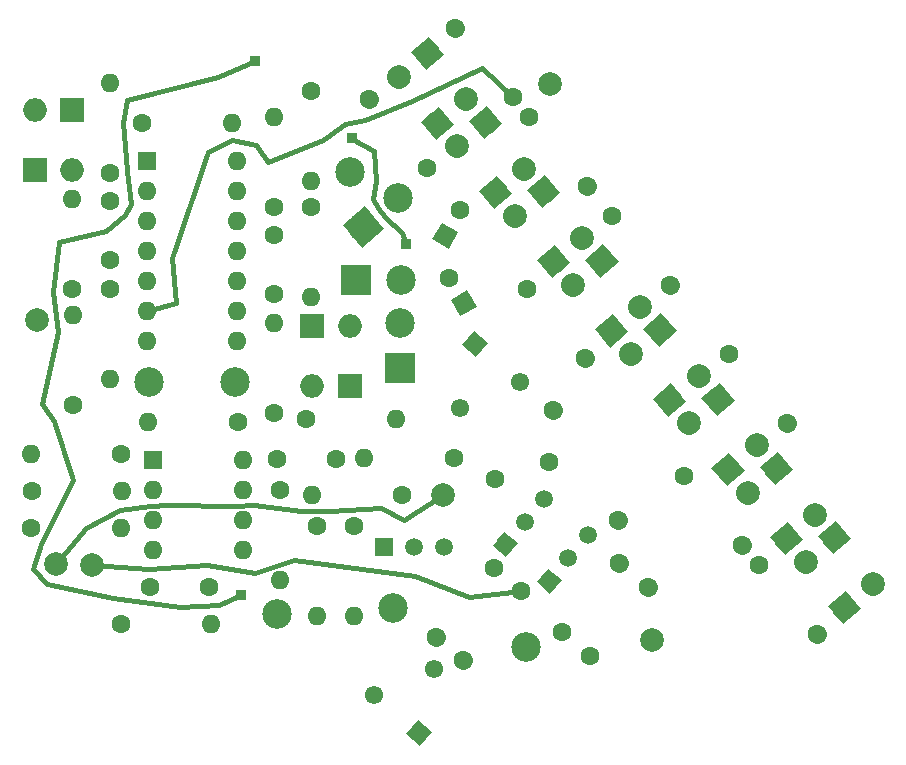
<source format=gbr>
G04 #@! TF.GenerationSoftware,KiCad,Pcbnew,(5.1.2-1)-1*
G04 #@! TF.CreationDate,2022-01-06T13:05:14-05:00*
G04 #@! TF.ProjectId,Wavefolder - Yusynth,57617665-666f-46c6-9465-72202d205975,rev?*
G04 #@! TF.SameCoordinates,Original*
G04 #@! TF.FileFunction,Copper,L1,Top*
G04 #@! TF.FilePolarity,Positive*
%FSLAX46Y46*%
G04 Gerber Fmt 4.6, Leading zero omitted, Abs format (unit mm)*
G04 Created by KiCad (PCBNEW (5.1.2-1)-1) date 2022-01-06 13:05:14*
%MOMM*%
%LPD*%
G04 APERTURE LIST*
%ADD10R,0.850000X0.850000*%
%ADD11C,1.998980*%
%ADD12C,2.499360*%
%ADD13C,0.100000*%
%ADD14R,2.499360X2.499360*%
%ADD15C,1.500000*%
%ADD16R,1.500000X1.500000*%
%ADD17C,1.600000*%
%ADD18O,2.000000X2.000000*%
%ADD19R,2.000000X2.000000*%
%ADD20C,2.000000*%
%ADD21C,2.000000*%
%ADD22O,1.600000X1.600000*%
%ADD23C,1.600000*%
%ADD24C,1.550000*%
%ADD25R,1.600000X1.600000*%
%ADD26C,0.406400*%
G04 APERTURE END LIST*
D10*
X33960000Y-16990000D03*
X32780000Y-62180000D03*
X42230000Y-23540000D03*
X46760000Y-32500000D03*
D11*
X15500000Y-38970000D03*
X58980000Y-18920000D03*
X67570000Y-65990000D03*
X49890000Y-53770000D03*
X17110000Y-59630000D03*
X20180000Y-59640000D03*
D12*
X46088629Y-28590979D03*
X43170000Y-31040000D03*
D13*
G36*
X43015968Y-32800589D02*
G01*
X41409411Y-30885968D01*
X43324032Y-29279411D01*
X44930589Y-31194032D01*
X43015968Y-32800589D01*
X43015968Y-32800589D01*
G37*
D12*
X46380000Y-35570000D03*
D14*
X42570000Y-35570000D03*
D12*
X46300000Y-39170000D03*
D14*
X46300000Y-42980000D03*
D15*
X55184153Y-57939121D03*
D13*
G36*
X56240777Y-57846678D02*
G01*
X55276596Y-58995745D01*
X54127529Y-58031564D01*
X55091710Y-56882497D01*
X56240777Y-57846678D01*
X56240777Y-57846678D01*
G37*
D15*
X58449514Y-54047615D03*
X56816834Y-55993368D03*
X58890575Y-61036125D03*
D13*
G36*
X59947199Y-60943682D02*
G01*
X58983018Y-62092749D01*
X57833951Y-61128568D01*
X58798132Y-59979501D01*
X59947199Y-60943682D01*
X59947199Y-60943682D01*
G37*
D15*
X62155936Y-57144619D03*
X60523256Y-59090372D03*
D16*
X44930000Y-58120000D03*
D15*
X50010000Y-58120000D03*
X47470000Y-58120000D03*
D17*
X51670000Y-37520000D03*
D13*
G36*
X52762820Y-37812820D02*
G01*
X51377180Y-38612820D01*
X50577180Y-37227180D01*
X51962820Y-36427180D01*
X52762820Y-37812820D01*
X52762820Y-37812820D01*
G37*
D17*
X50420000Y-35354936D03*
X51360000Y-29644936D03*
X50110000Y-31810000D03*
D13*
G36*
X50402820Y-32902820D02*
G01*
X49017180Y-32102820D01*
X49817180Y-30717180D01*
X51202820Y-31517180D01*
X50402820Y-32902820D01*
X50402820Y-32902820D01*
G37*
D17*
X35850000Y-50670000D03*
X40850000Y-50670000D03*
X25070000Y-61560000D03*
X30070000Y-61560000D03*
X21694008Y-33875053D03*
X21694008Y-28875053D03*
X35567675Y-31749792D03*
X35567675Y-36749792D03*
D18*
X38820000Y-44490000D03*
D19*
X38820000Y-39410000D03*
D18*
X42000000Y-39410000D03*
D19*
X42000000Y-44490000D03*
D20*
X48609612Y-16355102D03*
D13*
G36*
X47200780Y-16231845D02*
G01*
X48732869Y-14946270D01*
X50018444Y-16478359D01*
X48486355Y-17763934D01*
X47200780Y-16231845D01*
X47200780Y-16231845D01*
G37*
D20*
X51874973Y-20246608D03*
D21*
X51874973Y-20246608D02*
X51874973Y-20246608D01*
D20*
X56792298Y-26106848D03*
D21*
X56792298Y-26106848D02*
X56792298Y-26106848D01*
D20*
X53526937Y-22215342D03*
D13*
G36*
X52118105Y-22092085D02*
G01*
X53650194Y-20806510D01*
X54935769Y-22338599D01*
X53403680Y-23624174D01*
X52118105Y-22092085D01*
X52118105Y-22092085D01*
G37*
D20*
X58444262Y-28075582D03*
D13*
G36*
X57035430Y-27952325D02*
G01*
X58567519Y-26666750D01*
X59853094Y-28198839D01*
X58321005Y-29484414D01*
X57035430Y-27952325D01*
X57035430Y-27952325D01*
G37*
D20*
X61709623Y-31967088D03*
D21*
X61709623Y-31967088D02*
X61709623Y-31967088D01*
D20*
X66626948Y-37827330D03*
D21*
X66626948Y-37827330D02*
X66626948Y-37827330D01*
D20*
X63361587Y-33935824D03*
D13*
G36*
X61952755Y-33812567D02*
G01*
X63484844Y-32526992D01*
X64770419Y-34059081D01*
X63238330Y-35344656D01*
X61952755Y-33812567D01*
X61952755Y-33812567D01*
G37*
D20*
X68280145Y-39781973D03*
D13*
G36*
X66871313Y-39658716D02*
G01*
X68403402Y-38373141D01*
X69688977Y-39905230D01*
X68156888Y-41190805D01*
X66871313Y-39658716D01*
X66871313Y-39658716D01*
G37*
D20*
X71545506Y-43673479D03*
D21*
X71545506Y-43673479D02*
X71545506Y-43673479D01*
D20*
X76462831Y-49533719D03*
D21*
X76462831Y-49533719D02*
X76462831Y-49533719D01*
D20*
X73197470Y-45642213D03*
D13*
G36*
X71788638Y-45518956D02*
G01*
X73320727Y-44233381D01*
X74606302Y-45765470D01*
X73074213Y-47051045D01*
X71788638Y-45518956D01*
X71788638Y-45518956D01*
G37*
D20*
X78121223Y-51510113D03*
D13*
G36*
X76712391Y-51386856D02*
G01*
X78244480Y-50101281D01*
X79530055Y-51633370D01*
X77997966Y-52918945D01*
X76712391Y-51386856D01*
X76712391Y-51386856D01*
G37*
D20*
X81386584Y-55401619D03*
D21*
X81386584Y-55401619D02*
X81386584Y-55401619D01*
D20*
X86297483Y-61254199D03*
D21*
X86297483Y-61254199D02*
X86297483Y-61254199D01*
D20*
X83032122Y-57362693D03*
D13*
G36*
X81623290Y-57239436D02*
G01*
X83155379Y-55953861D01*
X84440954Y-57485950D01*
X82908865Y-58771525D01*
X81623290Y-57239436D01*
X81623290Y-57239436D01*
G37*
D20*
X46174823Y-18385078D03*
D21*
X46174823Y-18385078D02*
X46174823Y-18385078D01*
D20*
X49440184Y-22276584D03*
D13*
G36*
X50849016Y-22399841D02*
G01*
X49316927Y-23685416D01*
X48031352Y-22153327D01*
X49563441Y-20867752D01*
X50849016Y-22399841D01*
X50849016Y-22399841D01*
G37*
D20*
X54365170Y-28130396D03*
D13*
G36*
X55774002Y-28253653D02*
G01*
X54241913Y-29539228D01*
X52956338Y-28007139D01*
X54488427Y-26721564D01*
X55774002Y-28253653D01*
X55774002Y-28253653D01*
G37*
D20*
X51099809Y-24238890D03*
D21*
X51099809Y-24238890D02*
X51099809Y-24238890D01*
D20*
X56017134Y-30099130D03*
D21*
X56017134Y-30099130D02*
X56017134Y-30099130D01*
D20*
X59282495Y-33990636D03*
D13*
G36*
X60691327Y-34113893D02*
G01*
X59159238Y-35399468D01*
X57873663Y-33867379D01*
X59405752Y-32581804D01*
X60691327Y-34113893D01*
X60691327Y-34113893D01*
G37*
D20*
X64206248Y-39858537D03*
D13*
G36*
X65615080Y-39981794D02*
G01*
X64082991Y-41267369D01*
X62797416Y-39735280D01*
X64329505Y-38449705D01*
X65615080Y-39981794D01*
X65615080Y-39981794D01*
G37*
D20*
X60940887Y-35967031D03*
D21*
X60940887Y-35967031D02*
X60940887Y-35967031D01*
D20*
X65851785Y-41819610D03*
D21*
X65851785Y-41819610D02*
X65851785Y-41819610D01*
D20*
X69117146Y-45711116D03*
D13*
G36*
X70525978Y-45834373D02*
G01*
X68993889Y-47119948D01*
X67708314Y-45587859D01*
X69240403Y-44302284D01*
X70525978Y-45834373D01*
X70525978Y-45834373D01*
G37*
D20*
X74040899Y-51579016D03*
D13*
G36*
X75449731Y-51702273D02*
G01*
X73917642Y-52987848D01*
X72632067Y-51455759D01*
X74164156Y-50170184D01*
X75449731Y-51702273D01*
X75449731Y-51702273D01*
G37*
D20*
X70775538Y-47687510D03*
D21*
X70775538Y-47687510D02*
X70775538Y-47687510D01*
D20*
X75700522Y-53541323D03*
D21*
X75700522Y-53541323D02*
X75700522Y-53541323D01*
D20*
X78965883Y-57432829D03*
D13*
G36*
X80374715Y-57556086D02*
G01*
X78842626Y-58841661D01*
X77557051Y-57309572D01*
X79089140Y-56023997D01*
X80374715Y-57556086D01*
X80374715Y-57556086D01*
G37*
D20*
X83876781Y-63285408D03*
D13*
G36*
X85285613Y-63408665D02*
G01*
X83753524Y-64694240D01*
X82467949Y-63162151D01*
X84000038Y-61876576D01*
X85285613Y-63408665D01*
X85285613Y-63408665D01*
G37*
D20*
X80611420Y-59393902D03*
D21*
X80611420Y-59393902D02*
X80611420Y-59393902D01*
D19*
X18540000Y-21160000D03*
D18*
X18540000Y-26240000D03*
D19*
X15360000Y-26220000D03*
D18*
X15360000Y-21140000D03*
D12*
X56960000Y-66610000D03*
X45690000Y-63300000D03*
X42050000Y-26360000D03*
X35880000Y-63790000D03*
X32300000Y-44140000D03*
X25060000Y-44170000D03*
D17*
X42339999Y-56410000D03*
D22*
X42339999Y-64030000D03*
X39229996Y-64020000D03*
D17*
X39229996Y-56400000D03*
D22*
X36140000Y-60930000D03*
D17*
X36140000Y-53310000D03*
X46410000Y-53760000D03*
D22*
X38790000Y-53760000D03*
D17*
X59950000Y-65330000D03*
X64848042Y-59492741D03*
D23*
X64848042Y-59492741D02*
X64848042Y-59492741D01*
D22*
X43250000Y-50630000D03*
D17*
X50870000Y-50630000D03*
X67228042Y-61522741D03*
D23*
X67228042Y-61522741D02*
X67228042Y-61522741D01*
D17*
X62330000Y-67360000D03*
X56538172Y-61894956D03*
X51640130Y-67732215D03*
D23*
X51640130Y-67732215D02*
X51640130Y-67732215D01*
D17*
X58854325Y-50967123D03*
X64691584Y-55865165D03*
D23*
X64691584Y-55865165D02*
X64691584Y-55865165D01*
D17*
X59208042Y-46522741D03*
D23*
X59208042Y-46522741D02*
X59208042Y-46522741D01*
D17*
X54310000Y-52360000D03*
X49294801Y-65751197D03*
D23*
X49294801Y-65751197D02*
X49294801Y-65751197D01*
D17*
X54192843Y-59913938D03*
D22*
X22690000Y-53450000D03*
D17*
X15070000Y-53450000D03*
X15030000Y-56550000D03*
D22*
X22650000Y-56550000D03*
X30270000Y-64640000D03*
D17*
X22650000Y-64640000D03*
X22650000Y-50290000D03*
D22*
X15030000Y-50290000D03*
D17*
X32550000Y-47560000D03*
D22*
X24930000Y-47560000D03*
X35640000Y-39220000D03*
D17*
X35640000Y-46840000D03*
X38300000Y-47320000D03*
D22*
X45920000Y-47320000D03*
X38710000Y-36980000D03*
D17*
X38710000Y-29360000D03*
D22*
X18620000Y-38520000D03*
D17*
X18620000Y-46140000D03*
X50899289Y-14198861D03*
D23*
X50899289Y-14198861D02*
X50899289Y-14198861D01*
D17*
X55797331Y-20036120D03*
X57205036Y-21713757D03*
X62103078Y-27551016D03*
D23*
X62103078Y-27551016D02*
X62103078Y-27551016D01*
D17*
X69146798Y-35960951D03*
D23*
X69146798Y-35960951D02*
X69146798Y-35960951D01*
D17*
X64248756Y-30123692D03*
X74097494Y-41845406D03*
X78995536Y-47682665D03*
D23*
X78995536Y-47682665D02*
X78995536Y-47682665D01*
D17*
X21710000Y-36310000D03*
D22*
X21710000Y-43930000D03*
D17*
X18520000Y-36320000D03*
D22*
X18520000Y-28700000D03*
D17*
X43669062Y-20252687D03*
D23*
X43669062Y-20252687D02*
X43669062Y-20252687D01*
D17*
X48567104Y-26089946D03*
X57015096Y-36297887D03*
X61913138Y-42135146D03*
D23*
X61913138Y-42135146D02*
X61913138Y-42135146D01*
D17*
X75235395Y-57965321D03*
D23*
X75235395Y-57965321D02*
X75235395Y-57965321D01*
D17*
X70337353Y-52128062D03*
X81597495Y-65485148D03*
D23*
X81597495Y-65485148D02*
X81597495Y-65485148D01*
D17*
X76699453Y-59647889D03*
X21680000Y-26450000D03*
D22*
X21680000Y-18830000D03*
X32040000Y-22260000D03*
D17*
X24420000Y-22260000D03*
X35580000Y-29370000D03*
D22*
X35580000Y-21750000D03*
D17*
X38720000Y-19570000D03*
D22*
X38720000Y-27190000D03*
D24*
X56450222Y-44193938D03*
X52620000Y-40980000D03*
D13*
G36*
X51528155Y-41075524D02*
G01*
X52524476Y-39888155D01*
X53711845Y-40884476D01*
X52715524Y-42071845D01*
X51528155Y-41075524D01*
X51528155Y-41075524D01*
G37*
D24*
X51321173Y-46417191D03*
X44050198Y-70710223D03*
X47880420Y-73924161D03*
D13*
G36*
X48972265Y-73828637D02*
G01*
X47975944Y-75016006D01*
X46788575Y-74019685D01*
X47784896Y-72832316D01*
X48972265Y-73828637D01*
X48972265Y-73828637D01*
G37*
D24*
X49179247Y-68486970D03*
D25*
X25370000Y-50770000D03*
D22*
X32990000Y-58390000D03*
X25370000Y-53310000D03*
X32990000Y-55850000D03*
X25370000Y-55850000D03*
X32990000Y-53310000D03*
X25370000Y-58390000D03*
X32990000Y-50770000D03*
D25*
X24835693Y-25468965D03*
D22*
X32455693Y-40708965D03*
X24835693Y-28008965D03*
X32455693Y-38168965D03*
X24835693Y-30548965D03*
X32455693Y-35628965D03*
X24835693Y-33088965D03*
X32455693Y-33088965D03*
X24835693Y-35628965D03*
X32455693Y-30548965D03*
X24835693Y-38168965D03*
X32455693Y-28008965D03*
X24835693Y-40708965D03*
X32455693Y-25468965D03*
D26*
X42230000Y-23620000D02*
X44110000Y-24600000D01*
X44110000Y-24600000D02*
X44200000Y-27140000D01*
X44200000Y-27140000D02*
X43960000Y-28680000D01*
X43960000Y-28680000D02*
X44420000Y-29470000D01*
X44420000Y-29470000D02*
X45010000Y-30190000D01*
X45010000Y-30190000D02*
X46410000Y-31550000D01*
X46410000Y-31550000D02*
X46760000Y-32500000D01*
X32780000Y-62180000D02*
X30940000Y-63040000D01*
X30940000Y-63040000D02*
X27660000Y-63220000D01*
X27660000Y-63220000D02*
X21950000Y-62430000D01*
X21950000Y-62430000D02*
X16340000Y-61320000D01*
X16340000Y-61320000D02*
X15160000Y-60000000D01*
X15160000Y-60000000D02*
X15860000Y-57930000D01*
X15860000Y-57930000D02*
X18600000Y-52480000D01*
X18600000Y-52480000D02*
X17000000Y-47490000D01*
X17000000Y-47490000D02*
X15990000Y-46010000D01*
X15990000Y-46010000D02*
X17320000Y-39950000D01*
X17320000Y-39950000D02*
X16930000Y-36590000D01*
X16930000Y-36590000D02*
X17370000Y-32350000D01*
X17370000Y-32350000D02*
X21410000Y-31370000D01*
X21410000Y-31370000D02*
X23020000Y-30000000D01*
X23020000Y-30000000D02*
X23490000Y-29100000D01*
X23490000Y-29100000D02*
X23140000Y-26310000D01*
X23140000Y-26310000D02*
X22990000Y-24220000D01*
X22990000Y-24220000D02*
X22850000Y-22240000D01*
X22850000Y-22240000D02*
X23140000Y-20270000D01*
X23140000Y-20270000D02*
X30890000Y-18360000D01*
X30890000Y-18360000D02*
X33960000Y-16990000D01*
X20180000Y-59640000D02*
X25030000Y-60010000D01*
X25030000Y-60010000D02*
X29890000Y-59710000D01*
X29890000Y-59710000D02*
X34030000Y-60340000D01*
X34030000Y-60340000D02*
X37280000Y-59290000D01*
X37280000Y-59290000D02*
X47500000Y-60630000D01*
X47500000Y-60630000D02*
X52100000Y-62410000D01*
X52100000Y-62410000D02*
X56538172Y-61894956D01*
X17110000Y-59630000D02*
X19670000Y-56570000D01*
X19670000Y-56570000D02*
X22580000Y-55000000D01*
X22580000Y-55000000D02*
X25130000Y-54650000D01*
X25130000Y-54650000D02*
X26640000Y-54590000D01*
X26640000Y-54590000D02*
X32220000Y-54640000D01*
X32220000Y-54640000D02*
X33950000Y-54620000D01*
X33950000Y-54620000D02*
X37880000Y-55080000D01*
X37880000Y-55080000D02*
X40340000Y-55080000D01*
X40340000Y-55080000D02*
X44640000Y-54850000D01*
X44640000Y-54850000D02*
X46620000Y-55840000D01*
X46620000Y-55840000D02*
X49890000Y-53770000D01*
X55797331Y-20036120D02*
X53170000Y-17560000D01*
X53170000Y-17560000D02*
X47320000Y-20400000D01*
X35130000Y-25590000D02*
X34040000Y-24080000D01*
X34040000Y-24080000D02*
X32050000Y-23660000D01*
X32050000Y-23660000D02*
X30000000Y-24740000D01*
X30000000Y-24740000D02*
X26980000Y-33670000D01*
X26980000Y-33670000D02*
X27290000Y-37480000D01*
X27290000Y-37480000D02*
X24835693Y-38168965D01*
X35130000Y-25590000D02*
X39750000Y-23660000D01*
X39750000Y-23660000D02*
X41630000Y-22370000D01*
X41630000Y-22370000D02*
X43340000Y-22020000D01*
X43340000Y-22020000D02*
X47320000Y-20400000D01*
M02*

</source>
